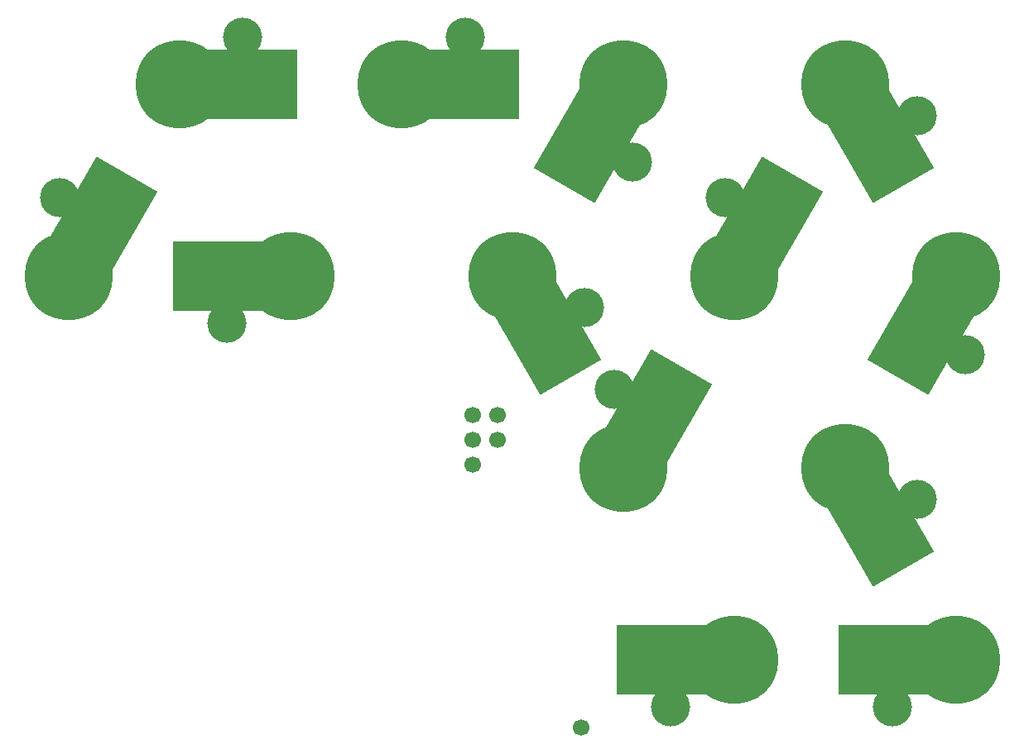
<source format=gbs>
%TF.GenerationSoftware,KiCad,Pcbnew,8.0.2*%
%TF.CreationDate,2024-05-22T08:13:53-07:00*%
%TF.ProjectId,cell string,63656c6c-2073-4747-9269-6e672e6b6963,rev?*%
%TF.SameCoordinates,Original*%
%TF.FileFunction,Soldermask,Bot*%
%TF.FilePolarity,Negative*%
%FSLAX46Y46*%
G04 Gerber Fmt 4.6, Leading zero omitted, Abs format (unit mm)*
G04 Created by KiCad (PCBNEW 8.0.2) date 2024-05-22 08:13:53*
%MOMM*%
%LPD*%
G01*
G04 APERTURE LIST*
G04 Aperture macros list*
%AMRotRect*
0 Rectangle, with rotation*
0 The origin of the aperture is its center*
0 $1 length*
0 $2 width*
0 $3 Rotation angle, in degrees counterclockwise*
0 Add horizontal line*
21,1,$1,$2,0,0,$3*%
G04 Aperture macros list end*
%ADD10C,9.000000*%
%ADD11R,12.000000X7.200000*%
%ADD12C,4.000000*%
%ADD13RotRect,12.000000X7.200000X60.000000*%
%ADD14C,1.700000*%
%ADD15RotRect,12.000000X7.200000X300.000000*%
%ADD16RotRect,12.000000X7.200000X240.000000*%
G04 APERTURE END LIST*
D10*
%TO.C,BT13*%
X102150000Y-196600000D03*
D11*
X96150000Y-196600000D03*
D12*
X95650000Y-201400000D03*
%TD*%
D10*
%TO.C,BT8*%
X102150000Y-157280000D03*
D13*
X105150000Y-152083848D03*
D12*
X101243078Y-149250835D03*
%TD*%
D14*
%TO.C,J3*%
X77920000Y-174050000D03*
%TD*%
%TO.C,J2*%
X75390000Y-176600000D03*
%TD*%
D10*
%TO.C,BT11*%
X113500000Y-176940000D03*
D15*
X116500000Y-182136152D03*
D12*
X120906922Y-180169165D03*
%TD*%
D14*
%TO.C,J6*%
X75390000Y-174050000D03*
%TD*%
D10*
%TO.C,BT9*%
X113500000Y-137620000D03*
D15*
X116500000Y-142816152D03*
D12*
X120906922Y-140849165D03*
%TD*%
D10*
%TO.C,BT6*%
X79450000Y-157280000D03*
D15*
X82450000Y-162476152D03*
D12*
X86856922Y-160509165D03*
%TD*%
D10*
%TO.C,BT12*%
X124850000Y-196600000D03*
D11*
X118850000Y-196600000D03*
D12*
X118350000Y-201400000D03*
%TD*%
D10*
%TO.C,BT7*%
X90800000Y-176940000D03*
D13*
X93800000Y-171743848D03*
D12*
X89893078Y-168910835D03*
%TD*%
D10*
%TO.C,BT3*%
X45400000Y-137620000D03*
D11*
X51400000Y-137620000D03*
D12*
X51900000Y-132820000D03*
%TD*%
D14*
%TO.C,J1*%
X86460000Y-203540000D03*
%TD*%
D10*
%TO.C,BT4*%
X68100000Y-137620000D03*
D11*
X74100000Y-137620000D03*
D12*
X74600000Y-132820000D03*
%TD*%
D10*
%TO.C,BT5*%
X90800000Y-137620000D03*
D16*
X87800000Y-142816152D03*
D12*
X91706922Y-145649165D03*
%TD*%
D10*
%TO.C,BT2*%
X34050000Y-157280000D03*
D13*
X37050000Y-152083848D03*
D12*
X33143078Y-149250835D03*
%TD*%
D10*
%TO.C,BT1*%
X56750000Y-157280000D03*
D11*
X50750000Y-157280000D03*
D12*
X50250000Y-162080000D03*
%TD*%
D14*
%TO.C,J4*%
X77930000Y-171520000D03*
%TD*%
%TO.C,J5*%
X75390000Y-171510000D03*
%TD*%
D10*
%TO.C,BT10*%
X124850000Y-157280000D03*
D16*
X121850000Y-162476152D03*
D12*
X125756922Y-165309165D03*
%TD*%
M02*

</source>
